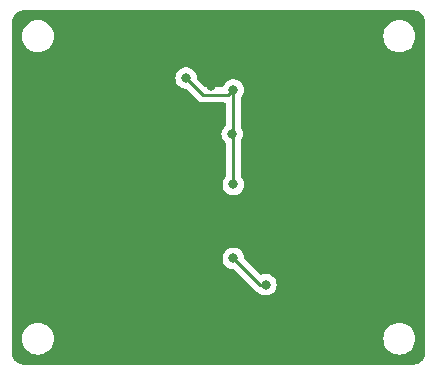
<source format=gbr>
%TF.GenerationSoftware,KiCad,Pcbnew,7.0.11-7.0.11~ubuntu22.04.1*%
%TF.CreationDate,2024-06-09T19:30:32+02:00*%
%TF.ProjectId,E73-2G4M08S1C-52840,4537332d-3247-4344-9d30-385331432d35,rev?*%
%TF.SameCoordinates,Original*%
%TF.FileFunction,Copper,L2,Bot*%
%TF.FilePolarity,Positive*%
%FSLAX46Y46*%
G04 Gerber Fmt 4.6, Leading zero omitted, Abs format (unit mm)*
G04 Created by KiCad (PCBNEW 7.0.11-7.0.11~ubuntu22.04.1) date 2024-06-09 19:30:32*
%MOMM*%
%LPD*%
G01*
G04 APERTURE LIST*
%TA.AperFunction,ViaPad*%
%ADD10C,0.800000*%
%TD*%
%TA.AperFunction,Conductor*%
%ADD11C,0.250000*%
%TD*%
G04 APERTURE END LIST*
D10*
%TO.N,GND*%
X15750000Y-19000000D03*
X29250000Y-9250000D03*
X12200000Y-5400000D03*
X21600000Y-28000000D03*
X13750000Y-25500000D03*
X14000000Y-6750000D03*
X23311904Y-17534989D03*
X10467751Y-7225104D03*
X11400000Y-1400000D03*
X13000000Y-13750000D03*
X8300000Y-1500000D03*
X7200000Y-7200000D03*
X16833979Y-6436860D03*
X8000000Y-12900000D03*
X9750000Y-11250000D03*
X29000000Y-2500000D03*
X18724500Y-16487701D03*
X15750000Y-17000000D03*
X21600000Y-25200000D03*
X17000000Y-21250000D03*
%TO.N,nRF_VDD*%
X18750000Y-6750000D03*
X18660545Y-10476267D03*
X18750000Y-21000000D03*
X21500000Y-23224500D03*
X18750000Y-14750000D03*
X14750000Y-5750000D03*
%TD*%
D11*
%TO.N,nRF_VDD*%
X18750000Y-10386812D02*
X18660545Y-10476267D01*
X18750000Y-6750000D02*
X18338140Y-7161860D01*
X18750000Y-10565722D02*
X18750000Y-14750000D01*
X18338140Y-7161860D02*
X16161860Y-7161860D01*
X18750000Y-6750000D02*
X18750000Y-10386812D01*
X18750000Y-21000000D02*
X20974500Y-23224500D01*
X18660545Y-10476267D02*
X18750000Y-10565722D01*
X16161860Y-7161860D02*
X14750000Y-5750000D01*
X20974500Y-23224500D02*
X21500000Y-23224500D01*
%TD*%
%TA.AperFunction,Conductor*%
%TO.N,GND*%
G36*
X34005474Y-979D02*
G01*
X34013300Y-1663D01*
X34044887Y-4427D01*
X34046124Y-4542D01*
X34171603Y-16901D01*
X34191847Y-20584D01*
X34256419Y-37886D01*
X34260252Y-38981D01*
X34351432Y-66640D01*
X34368092Y-73014D01*
X34404035Y-89775D01*
X34433794Y-103652D01*
X34439939Y-106724D01*
X34518940Y-148951D01*
X34531815Y-156860D01*
X34592829Y-199583D01*
X34600491Y-205396D01*
X34668383Y-261113D01*
X34677545Y-269418D01*
X34730580Y-322453D01*
X34738885Y-331615D01*
X34794602Y-399507D01*
X34800415Y-407169D01*
X34843138Y-468183D01*
X34851047Y-481058D01*
X34893274Y-560059D01*
X34896346Y-566204D01*
X34926982Y-631902D01*
X34933362Y-648577D01*
X34960996Y-739674D01*
X34962129Y-743640D01*
X34979412Y-808144D01*
X34983098Y-828404D01*
X34995456Y-953874D01*
X34995583Y-955239D01*
X34999020Y-994513D01*
X34999500Y-1005498D01*
X34999500Y-28994499D01*
X34999020Y-29005484D01*
X34995582Y-29044767D01*
X34995455Y-29046132D01*
X34983098Y-29171594D01*
X34979412Y-29191854D01*
X34962129Y-29256358D01*
X34960996Y-29260324D01*
X34933362Y-29351421D01*
X34926982Y-29368096D01*
X34896346Y-29433794D01*
X34893274Y-29439939D01*
X34851047Y-29518940D01*
X34843138Y-29531815D01*
X34800415Y-29592829D01*
X34794602Y-29600491D01*
X34738885Y-29668383D01*
X34730580Y-29677545D01*
X34677545Y-29730580D01*
X34668383Y-29738885D01*
X34600491Y-29794602D01*
X34592829Y-29800415D01*
X34531815Y-29843138D01*
X34518940Y-29851047D01*
X34439939Y-29893274D01*
X34433794Y-29896346D01*
X34368096Y-29926982D01*
X34351421Y-29933362D01*
X34260324Y-29960996D01*
X34256358Y-29962129D01*
X34191854Y-29979412D01*
X34171594Y-29983098D01*
X34046132Y-29995455D01*
X34044768Y-29995582D01*
X34005486Y-29999020D01*
X33994500Y-29999500D01*
X1005499Y-29999500D01*
X994515Y-29999020D01*
X955240Y-29995583D01*
X953874Y-29995456D01*
X828404Y-29983098D01*
X808144Y-29979412D01*
X743640Y-29962129D01*
X739674Y-29960996D01*
X648577Y-29933362D01*
X631902Y-29926982D01*
X566204Y-29896346D01*
X560059Y-29893274D01*
X481058Y-29851047D01*
X468183Y-29843138D01*
X407169Y-29800415D01*
X399507Y-29794602D01*
X331615Y-29738885D01*
X322453Y-29730580D01*
X269418Y-29677545D01*
X261113Y-29668383D01*
X205396Y-29600491D01*
X199583Y-29592829D01*
X156860Y-29531815D01*
X148951Y-29518940D01*
X106724Y-29439939D01*
X103652Y-29433794D01*
X73016Y-29368096D01*
X66640Y-29351432D01*
X38981Y-29260252D01*
X37886Y-29256419D01*
X20584Y-29191847D01*
X16901Y-29171603D01*
X4543Y-29046125D01*
X4422Y-29044830D01*
X4416Y-29044767D01*
X979Y-29005472D01*
X500Y-28994492D01*
X500Y-27800000D01*
X844341Y-27800000D01*
X864937Y-28035411D01*
X926096Y-28263661D01*
X926098Y-28263665D01*
X1025966Y-28477832D01*
X1161498Y-28671392D01*
X1161502Y-28671397D01*
X1161505Y-28671401D01*
X1328599Y-28838495D01*
X1328603Y-28838498D01*
X1328607Y-28838501D01*
X1522167Y-28974033D01*
X1522166Y-28974033D01*
X1566041Y-28994492D01*
X1736337Y-29073903D01*
X1964592Y-29135063D01*
X2141034Y-29150500D01*
X2141041Y-29150500D01*
X2258959Y-29150500D01*
X2258966Y-29150500D01*
X2435408Y-29135063D01*
X2663663Y-29073903D01*
X2877829Y-28974035D01*
X3071401Y-28838495D01*
X3238495Y-28671401D01*
X3374035Y-28477830D01*
X3473903Y-28263663D01*
X3535063Y-28035408D01*
X3555659Y-27800000D01*
X31444341Y-27800000D01*
X31464937Y-28035411D01*
X31526096Y-28263661D01*
X31526098Y-28263665D01*
X31625966Y-28477832D01*
X31761498Y-28671392D01*
X31761502Y-28671397D01*
X31761505Y-28671401D01*
X31928599Y-28838495D01*
X31928603Y-28838498D01*
X31928607Y-28838501D01*
X32122167Y-28974033D01*
X32122166Y-28974033D01*
X32166041Y-28994492D01*
X32336337Y-29073903D01*
X32564592Y-29135063D01*
X32741034Y-29150500D01*
X32741041Y-29150500D01*
X32858959Y-29150500D01*
X32858966Y-29150500D01*
X33035408Y-29135063D01*
X33263663Y-29073903D01*
X33477829Y-28974035D01*
X33671401Y-28838495D01*
X33838495Y-28671401D01*
X33974035Y-28477830D01*
X34073903Y-28263663D01*
X34135063Y-28035408D01*
X34155659Y-27800000D01*
X34135063Y-27564592D01*
X34073903Y-27336337D01*
X33974035Y-27122171D01*
X33974034Y-27122169D01*
X33974033Y-27122167D01*
X33838501Y-26928607D01*
X33838497Y-26928602D01*
X33838495Y-26928599D01*
X33671401Y-26761505D01*
X33671397Y-26761502D01*
X33671392Y-26761498D01*
X33477832Y-26625966D01*
X33477833Y-26625966D01*
X33263665Y-26526098D01*
X33263661Y-26526096D01*
X33035411Y-26464937D01*
X32982475Y-26460305D01*
X32858966Y-26449500D01*
X32741034Y-26449500D01*
X32628752Y-26459323D01*
X32564588Y-26464937D01*
X32336338Y-26526096D01*
X32336334Y-26526098D01*
X32122167Y-26625966D01*
X31928607Y-26761498D01*
X31928596Y-26761507D01*
X31761507Y-26928596D01*
X31761502Y-26928602D01*
X31625965Y-27122169D01*
X31526098Y-27336334D01*
X31526096Y-27336338D01*
X31464937Y-27564588D01*
X31444341Y-27800000D01*
X3555659Y-27800000D01*
X3535063Y-27564592D01*
X3473903Y-27336337D01*
X3374035Y-27122171D01*
X3374034Y-27122169D01*
X3374033Y-27122167D01*
X3238501Y-26928607D01*
X3238497Y-26928602D01*
X3238495Y-26928599D01*
X3071401Y-26761505D01*
X3071397Y-26761502D01*
X3071392Y-26761498D01*
X2877832Y-26625966D01*
X2877833Y-26625966D01*
X2663665Y-26526098D01*
X2663661Y-26526096D01*
X2435411Y-26464937D01*
X2382475Y-26460305D01*
X2258966Y-26449500D01*
X2141034Y-26449500D01*
X2028752Y-26459323D01*
X1964588Y-26464937D01*
X1736338Y-26526096D01*
X1736334Y-26526098D01*
X1522167Y-26625966D01*
X1328607Y-26761498D01*
X1328596Y-26761507D01*
X1161507Y-26928596D01*
X1161502Y-26928602D01*
X1025965Y-27122169D01*
X926098Y-27336334D01*
X926096Y-27336338D01*
X864937Y-27564588D01*
X844341Y-27800000D01*
X500Y-27800000D01*
X500Y-21000000D01*
X17836496Y-21000000D01*
X17856457Y-21189927D01*
X17886526Y-21282470D01*
X17915473Y-21371556D01*
X17915476Y-21371561D01*
X18010958Y-21536941D01*
X18010965Y-21536951D01*
X18138744Y-21678864D01*
X18138747Y-21678866D01*
X18293248Y-21791118D01*
X18467712Y-21868794D01*
X18654513Y-21908500D01*
X18710406Y-21908500D01*
X18778527Y-21928502D01*
X18799501Y-21945405D01*
X20467255Y-23613160D01*
X20477223Y-23625602D01*
X20477451Y-23625414D01*
X20482498Y-23631515D01*
X20482500Y-23631518D01*
X20482502Y-23631520D01*
X20482503Y-23631521D01*
X20532133Y-23678125D01*
X20534979Y-23680884D01*
X20554724Y-23700630D01*
X20554728Y-23700633D01*
X20554730Y-23700635D01*
X20557935Y-23703121D01*
X20566942Y-23710814D01*
X20599179Y-23741086D01*
X20616928Y-23750843D01*
X20633453Y-23761698D01*
X20649459Y-23774114D01*
X20690042Y-23791675D01*
X20700693Y-23796893D01*
X20739440Y-23818195D01*
X20759060Y-23823232D01*
X20777759Y-23829633D01*
X20796355Y-23837681D01*
X20796359Y-23837681D01*
X20796360Y-23837682D01*
X20803970Y-23839894D01*
X20803186Y-23842591D01*
X20855212Y-23867251D01*
X20864988Y-23876981D01*
X20888743Y-23903363D01*
X20888746Y-23903365D01*
X20888747Y-23903366D01*
X21043248Y-24015618D01*
X21217712Y-24093294D01*
X21404513Y-24133000D01*
X21595487Y-24133000D01*
X21782288Y-24093294D01*
X21956752Y-24015618D01*
X22111253Y-23903366D01*
X22165975Y-23842591D01*
X22239034Y-23761451D01*
X22239035Y-23761449D01*
X22239040Y-23761444D01*
X22334527Y-23596056D01*
X22393542Y-23414428D01*
X22413504Y-23224500D01*
X22393542Y-23034572D01*
X22334527Y-22852944D01*
X22239040Y-22687556D01*
X22239038Y-22687554D01*
X22239034Y-22687548D01*
X22111255Y-22545635D01*
X21956752Y-22433382D01*
X21782288Y-22355706D01*
X21595487Y-22316000D01*
X21404513Y-22316000D01*
X21217707Y-22355706D01*
X21147292Y-22387057D01*
X21076925Y-22396491D01*
X21012629Y-22366384D01*
X21006950Y-22361045D01*
X19697121Y-21051216D01*
X19663095Y-20988904D01*
X19660908Y-20975306D01*
X19643542Y-20810072D01*
X19584527Y-20628444D01*
X19489040Y-20463056D01*
X19489038Y-20463054D01*
X19489034Y-20463048D01*
X19361255Y-20321135D01*
X19206752Y-20208882D01*
X19032288Y-20131206D01*
X18845487Y-20091500D01*
X18654513Y-20091500D01*
X18467711Y-20131206D01*
X18293247Y-20208882D01*
X18138744Y-20321135D01*
X18010965Y-20463048D01*
X18010958Y-20463058D01*
X17915476Y-20628438D01*
X17915473Y-20628445D01*
X17856457Y-20810072D01*
X17836496Y-21000000D01*
X500Y-21000000D01*
X500Y-5750000D01*
X13836496Y-5750000D01*
X13856457Y-5939927D01*
X13886526Y-6032470D01*
X13915473Y-6121556D01*
X13915476Y-6121561D01*
X14010958Y-6286941D01*
X14010965Y-6286951D01*
X14138744Y-6428864D01*
X14138747Y-6428866D01*
X14293248Y-6541118D01*
X14467712Y-6618794D01*
X14654513Y-6658500D01*
X14710406Y-6658500D01*
X14778527Y-6678502D01*
X14799501Y-6695405D01*
X15654613Y-7550517D01*
X15664580Y-7562957D01*
X15664807Y-7562770D01*
X15669859Y-7568877D01*
X15719526Y-7615517D01*
X15722370Y-7618274D01*
X15742090Y-7637994D01*
X15745276Y-7640465D01*
X15754307Y-7648178D01*
X15786538Y-7678445D01*
X15786542Y-7678448D01*
X15804290Y-7688205D01*
X15820817Y-7699061D01*
X15836820Y-7711474D01*
X15877399Y-7729034D01*
X15888047Y-7734251D01*
X15926794Y-7755552D01*
X15926796Y-7755553D01*
X15926800Y-7755555D01*
X15946422Y-7760593D01*
X15965123Y-7766995D01*
X15977674Y-7772427D01*
X15983712Y-7775040D01*
X15983713Y-7775040D01*
X15983715Y-7775041D01*
X16027390Y-7781958D01*
X16039001Y-7784362D01*
X16081830Y-7795360D01*
X16102084Y-7795360D01*
X16121794Y-7796911D01*
X16124001Y-7797260D01*
X16141803Y-7800080D01*
X16185821Y-7795918D01*
X16197679Y-7795360D01*
X17990500Y-7795360D01*
X18058621Y-7815362D01*
X18105114Y-7869018D01*
X18116500Y-7921360D01*
X18116500Y-9684371D01*
X18096498Y-9752492D01*
X18064563Y-9786306D01*
X18049287Y-9797404D01*
X17921510Y-9939315D01*
X17921503Y-9939325D01*
X17826021Y-10104705D01*
X17826018Y-10104712D01*
X17767002Y-10286339D01*
X17747041Y-10476267D01*
X17767002Y-10666194D01*
X17797071Y-10758737D01*
X17826018Y-10847823D01*
X17826021Y-10847828D01*
X17921503Y-11013208D01*
X17921510Y-11013218D01*
X18049289Y-11155131D01*
X18064558Y-11166224D01*
X18107914Y-11222445D01*
X18116500Y-11268162D01*
X18116500Y-14047474D01*
X18096498Y-14115595D01*
X18084137Y-14131784D01*
X18010957Y-14213059D01*
X17915476Y-14378438D01*
X17915473Y-14378445D01*
X17856457Y-14560072D01*
X17836496Y-14750000D01*
X17856457Y-14939927D01*
X17886526Y-15032470D01*
X17915473Y-15121556D01*
X17915476Y-15121561D01*
X18010958Y-15286941D01*
X18010965Y-15286951D01*
X18138744Y-15428864D01*
X18138747Y-15428866D01*
X18293248Y-15541118D01*
X18467712Y-15618794D01*
X18654513Y-15658500D01*
X18845487Y-15658500D01*
X19032288Y-15618794D01*
X19206752Y-15541118D01*
X19361253Y-15428866D01*
X19489040Y-15286944D01*
X19584527Y-15121556D01*
X19643542Y-14939928D01*
X19663504Y-14750000D01*
X19643542Y-14560072D01*
X19584527Y-14378444D01*
X19489040Y-14213056D01*
X19415863Y-14131784D01*
X19385146Y-14067776D01*
X19383500Y-14047474D01*
X19383500Y-11074832D01*
X19400381Y-11011832D01*
X19495072Y-10847823D01*
X19554087Y-10666195D01*
X19574049Y-10476267D01*
X19554087Y-10286339D01*
X19495072Y-10104711D01*
X19400381Y-9940701D01*
X19383500Y-9877701D01*
X19383500Y-7452524D01*
X19403502Y-7384403D01*
X19415858Y-7368220D01*
X19489040Y-7286944D01*
X19584527Y-7121556D01*
X19643542Y-6939928D01*
X19663504Y-6750000D01*
X19643542Y-6560072D01*
X19584527Y-6378444D01*
X19489040Y-6213056D01*
X19489038Y-6213054D01*
X19489034Y-6213048D01*
X19361255Y-6071135D01*
X19206752Y-5958882D01*
X19032288Y-5881206D01*
X18845487Y-5841500D01*
X18654513Y-5841500D01*
X18467711Y-5881206D01*
X18293247Y-5958882D01*
X18138744Y-6071135D01*
X18010965Y-6213048D01*
X18010958Y-6213058D01*
X17915476Y-6378438D01*
X17915473Y-6378444D01*
X17899090Y-6428866D01*
X17895051Y-6441297D01*
X17854977Y-6499902D01*
X17789580Y-6527539D01*
X17775218Y-6528360D01*
X16476455Y-6528360D01*
X16408334Y-6508358D01*
X16387359Y-6491455D01*
X15697120Y-5801215D01*
X15663095Y-5738903D01*
X15660908Y-5725306D01*
X15643542Y-5560072D01*
X15584527Y-5378444D01*
X15489040Y-5213056D01*
X15489038Y-5213054D01*
X15489034Y-5213048D01*
X15361255Y-5071135D01*
X15206752Y-4958882D01*
X15032288Y-4881206D01*
X14845487Y-4841500D01*
X14654513Y-4841500D01*
X14467711Y-4881206D01*
X14293247Y-4958882D01*
X14138744Y-5071135D01*
X14010965Y-5213048D01*
X14010958Y-5213058D01*
X13915476Y-5378438D01*
X13915473Y-5378445D01*
X13856457Y-5560072D01*
X13836496Y-5750000D01*
X500Y-5750000D01*
X500Y-2200000D01*
X844341Y-2200000D01*
X864937Y-2435411D01*
X926096Y-2663661D01*
X926098Y-2663665D01*
X1025966Y-2877832D01*
X1161498Y-3071392D01*
X1161502Y-3071397D01*
X1161505Y-3071401D01*
X1328599Y-3238495D01*
X1328603Y-3238498D01*
X1328607Y-3238501D01*
X1522167Y-3374033D01*
X1522166Y-3374033D01*
X1598304Y-3409537D01*
X1736337Y-3473903D01*
X1964592Y-3535063D01*
X2141034Y-3550500D01*
X2141041Y-3550500D01*
X2258959Y-3550500D01*
X2258966Y-3550500D01*
X2435408Y-3535063D01*
X2663663Y-3473903D01*
X2877829Y-3374035D01*
X3071401Y-3238495D01*
X3238495Y-3071401D01*
X3374035Y-2877830D01*
X3473903Y-2663663D01*
X3535063Y-2435408D01*
X3555659Y-2200000D01*
X31444341Y-2200000D01*
X31464937Y-2435411D01*
X31526096Y-2663661D01*
X31526098Y-2663665D01*
X31625966Y-2877832D01*
X31761498Y-3071392D01*
X31761502Y-3071397D01*
X31761505Y-3071401D01*
X31928599Y-3238495D01*
X31928603Y-3238498D01*
X31928607Y-3238501D01*
X32122167Y-3374033D01*
X32122166Y-3374033D01*
X32198304Y-3409537D01*
X32336337Y-3473903D01*
X32564592Y-3535063D01*
X32741034Y-3550500D01*
X32741041Y-3550500D01*
X32858959Y-3550500D01*
X32858966Y-3550500D01*
X33035408Y-3535063D01*
X33263663Y-3473903D01*
X33477829Y-3374035D01*
X33671401Y-3238495D01*
X33838495Y-3071401D01*
X33974035Y-2877830D01*
X34073903Y-2663663D01*
X34135063Y-2435408D01*
X34155659Y-2200000D01*
X34135063Y-1964592D01*
X34073903Y-1736337D01*
X33974035Y-1522171D01*
X33974034Y-1522169D01*
X33974033Y-1522167D01*
X33838501Y-1328607D01*
X33838497Y-1328602D01*
X33838495Y-1328599D01*
X33671401Y-1161505D01*
X33671397Y-1161502D01*
X33671392Y-1161498D01*
X33477832Y-1025966D01*
X33477833Y-1025966D01*
X33263665Y-926098D01*
X33263661Y-926096D01*
X33035411Y-864937D01*
X32982475Y-860305D01*
X32858966Y-849500D01*
X32741034Y-849500D01*
X32628752Y-859323D01*
X32564588Y-864937D01*
X32336338Y-926096D01*
X32336334Y-926098D01*
X32122167Y-1025966D01*
X31928607Y-1161498D01*
X31928596Y-1161507D01*
X31761507Y-1328596D01*
X31761502Y-1328602D01*
X31625965Y-1522169D01*
X31526098Y-1736334D01*
X31526096Y-1736338D01*
X31464937Y-1964588D01*
X31444341Y-2200000D01*
X3555659Y-2200000D01*
X3535063Y-1964592D01*
X3473903Y-1736337D01*
X3374035Y-1522171D01*
X3374034Y-1522169D01*
X3374033Y-1522167D01*
X3238501Y-1328607D01*
X3238497Y-1328602D01*
X3238495Y-1328599D01*
X3071401Y-1161505D01*
X3071397Y-1161502D01*
X3071392Y-1161498D01*
X2877832Y-1025966D01*
X2877833Y-1025966D01*
X2663665Y-926098D01*
X2663661Y-926096D01*
X2435411Y-864937D01*
X2382475Y-860305D01*
X2258966Y-849500D01*
X2141034Y-849500D01*
X2028752Y-859323D01*
X1964588Y-864937D01*
X1736338Y-926096D01*
X1736334Y-926098D01*
X1522167Y-1025966D01*
X1328607Y-1161498D01*
X1328596Y-1161507D01*
X1161507Y-1328596D01*
X1161502Y-1328602D01*
X1025965Y-1522169D01*
X926098Y-1736334D01*
X926096Y-1736338D01*
X864937Y-1964588D01*
X844341Y-2200000D01*
X500Y-2200000D01*
X500Y-1005506D01*
X979Y-994526D01*
X4422Y-955167D01*
X4543Y-953874D01*
X16902Y-828391D01*
X20583Y-808156D01*
X37895Y-743548D01*
X38971Y-739780D01*
X66643Y-648558D01*
X73010Y-631916D01*
X103665Y-566176D01*
X106709Y-560088D01*
X148958Y-481046D01*
X156848Y-468201D01*
X199597Y-407149D01*
X205380Y-399527D01*
X261131Y-331594D01*
X269398Y-322474D01*
X322474Y-269398D01*
X331594Y-261131D01*
X399527Y-205380D01*
X407149Y-199597D01*
X468201Y-156848D01*
X481046Y-148958D01*
X560088Y-106709D01*
X566176Y-103665D01*
X631916Y-73010D01*
X648558Y-66643D01*
X739780Y-38971D01*
X743548Y-37895D01*
X808156Y-20583D01*
X828391Y-16902D01*
X953929Y-4537D01*
X955078Y-4430D01*
X984529Y-1853D01*
X994527Y-979D01*
X1005507Y-500D01*
X33994493Y-500D01*
X34005474Y-979D01*
G37*
%TD.AperFunction*%
%TD*%
M02*

</source>
